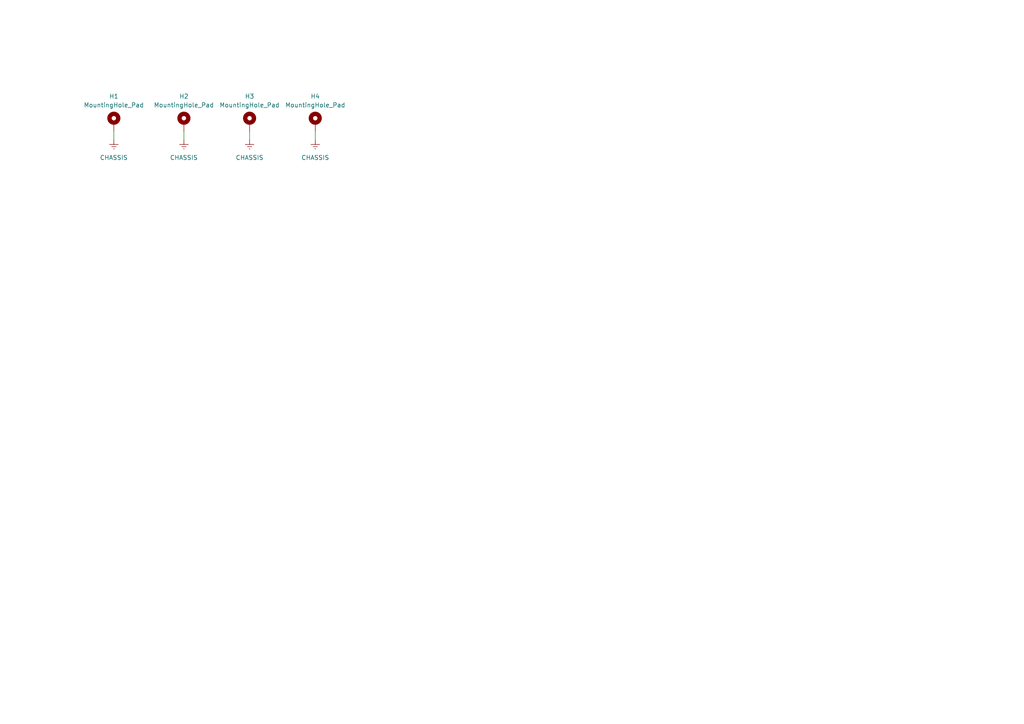
<source format=kicad_sch>
(kicad_sch (version 20230121) (generator eeschema)
  (paper "A4")
  (lib_symbols
    (symbol "Mechanical:MountingHole_Pad" (pin_numbers hide) (pin_names (offset 1.016) hide)
      (property "Reference" "H" (at 0 6.35 0))
      (property "Value" "MountingHole_Pad" (at 0 4.445 0))
      (symbol "MountingHole_Pad_0_1"
        (circle (center 0 1.27) (radius 1.27) (stroke (width 1.27)))
      )
      (symbol "MountingHole_Pad_1_1"
        (pin input line (at 0 -2.54 90) (length 2.54) (name "1") (number "1"))
      )
    )
    (symbol "vhrd_power:CHASSIS" (power) (pin_names (offset 0))
      (property "Value" "CHASSIS" (at 0 -3.81 0))
      (symbol "CHASSIS_0_1"
        (polyline (pts (xy -0.635 -1.905) (xy 0.635 -1.905)))
        (polyline (pts (xy -0.127 -2.54) (xy 0.127 -2.54)))
        (polyline (pts (xy 0 -1.27) (xy 0 0)))
        (polyline (pts (xy 1.27 -1.27) (xy -1.27 -1.27)))
      )
      (symbol "CHASSIS_1_1"
        (pin power_in line (at 0 0 270) (length 0) hide (name "CHASSIS") (number "1"))
      )
    )
  )
  (wire (pts (xy 53.34 38.1) (xy 53.34 40.64)))
  (wire (pts (xy 91.44 38.1) (xy 91.44 40.64)))
  (wire (pts (xy 72.39 38.1) (xy 72.39 40.64)))
  (wire (pts (xy 33.02 38.1) (xy 33.02 40.64)))
  (symbol (lib_id "Mechanical:MountingHole_Pad") (at 53.34 35.56 0) (unit 1)
    (property "Reference" "H2" (at 53.34 27.94 0))
    (property "Value" "MountingHole_Pad" (at 53.34 30.48 0))
    (property "Footprint" "MountingHole:MountingHole_3.2mm_M3_Pad_Via" (effects hide))
  )
  (symbol (lib_id "Mechanical:MountingHole_Pad") (at 33.02 35.56 0) (unit 1)
    (property "Reference" "H1" (at 33.02 27.94 0))
    (property "Value" "MountingHole_Pad" (at 33.02 30.48 0))
    (property "Footprint" "MountingHole:MountingHole_3.2mm_M3_Pad_Via" (effects hide))
  )
  (symbol (lib_id "Mechanical:MountingHole_Pad") (at 72.39 35.56 0) (unit 1)
    (property "Reference" "H3" (at 72.39 27.94 0))
    (property "Value" "MountingHole_Pad" (at 72.39 30.48 0))
    (property "Footprint" "MountingHole:MountingHole_3.2mm_M3_Pad_Via" (effects hide))
  )
  (symbol (lib_id "Mechanical:MountingHole_Pad") (at 91.44 35.56 0) (unit 1)
    (property "Reference" "H4" (at 91.44 27.94 0))
    (property "Value" "MountingHole_Pad" (at 91.44 30.48 0))
    (property "Footprint" "MountingHole:MountingHole_3.2mm_M3_Pad_Via" (effects hide))
  )
  (symbol (lib_id "vhrd_power:CHASSIS") (at 72.39 40.64 0) (unit 1)
    (property "Reference" "#PWR0153" (effects hide))
    (property "Value" "CHASSIS" (at 72.39 45.72 0))
    (instances (project "vb125_eth_fdcan_pro" (path "" (reference "#PWR0153") (unit 1)) (path "" (reference "#PWR0171") (unit 1))))
  )
  (symbol (lib_id "vhrd_power:CHASSIS") (at 91.44 40.64 0) (unit 1)
    (property "Reference" "#PWR0153" (effects hide))
    (property "Value" "CHASSIS" (at 91.44 45.72 0))
    (instances (project "vb125_eth_fdcan_pro" (path "" (reference "#PWR0153") (unit 1)) (path "" (reference "#PWR0172") (unit 1))))
  )
  (symbol (lib_id "vhrd_power:CHASSIS") (at 33.02 40.64 0) (unit 1)
    (property "Reference" "#PWR0153" (effects hide))
    (property "Value" "CHASSIS" (at 33.02 45.72 0))
    (instances (project "vb125_eth_fdcan_pro" (path "" (reference "#PWR0153") (unit 1)) (path "" (reference "#PWR0169") (unit 1))))
  )
  (symbol (lib_id "vhrd_power:CHASSIS") (at 53.34 40.64 0) (unit 1)
    (property "Reference" "#PWR0153" (effects hide))
    (property "Value" "CHASSIS" (at 53.34 45.72 0))
    (instances (project "vb125_eth_fdcan_pro" (path "" (reference "#PWR0153") (unit 1)) (path "" (reference "#PWR0170") (unit 1))))
  )
)
</source>
